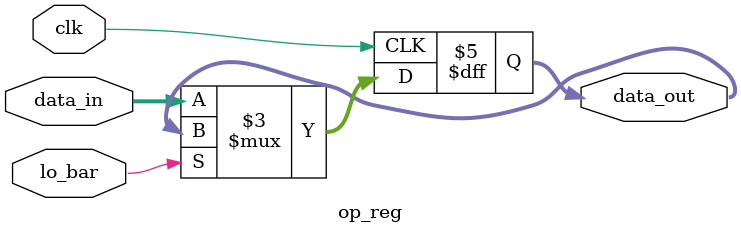
<source format=v>
module op_reg(data_out, data_in, lo_bar, clk);

input [7:0] data_in;
input lo_bar, clk ; 
output reg[7:0] data_out;

always @(posedge clk )
begin 
    if (~lo_bar)
    begin
        data_out <= data_in ;
    end
end
endmodule
</source>
